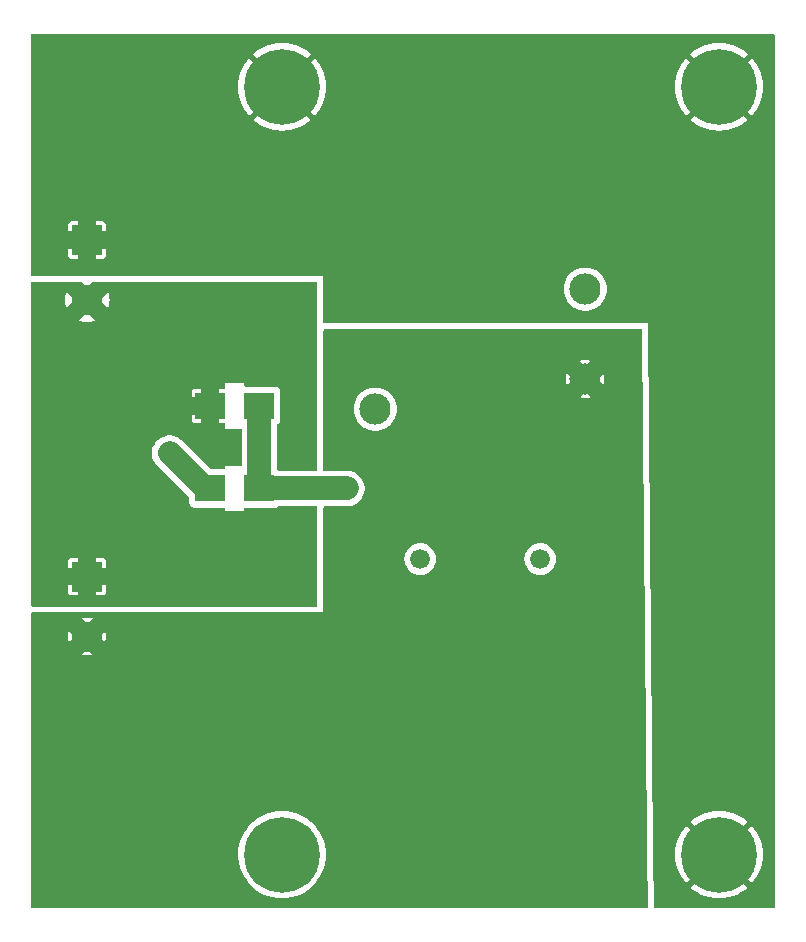
<source format=gbr>
%TF.GenerationSoftware,KiCad,Pcbnew,8.0.4*%
%TF.CreationDate,2025-06-08T14:38:43-04:00*%
%TF.ProjectId,car-battery-reverse-polarity-protection,6361722d-6261-4747-9465-72792d726576,rev?*%
%TF.SameCoordinates,Original*%
%TF.FileFunction,Copper,L1,Top*%
%TF.FilePolarity,Positive*%
%FSLAX46Y46*%
G04 Gerber Fmt 4.6, Leading zero omitted, Abs format (unit mm)*
G04 Created by KiCad (PCBNEW 8.0.4) date 2025-06-08 14:38:43*
%MOMM*%
%LPD*%
G01*
G04 APERTURE LIST*
%TA.AperFunction,ComponentPad*%
%ADD10C,6.400000*%
%TD*%
%TA.AperFunction,ComponentPad*%
%ADD11C,2.641600*%
%TD*%
%TA.AperFunction,ComponentPad*%
%ADD12C,1.676400*%
%TD*%
%TA.AperFunction,SMDPad,CuDef*%
%ADD13R,2.514600X2.260600*%
%TD*%
%TA.AperFunction,ComponentPad*%
%ADD14R,2.600000X2.600000*%
%TD*%
%TA.AperFunction,ComponentPad*%
%ADD15C,2.600000*%
%TD*%
%TA.AperFunction,ViaPad*%
%ADD16C,1.000000*%
%TD*%
%TA.AperFunction,Conductor*%
%ADD17C,2.000000*%
%TD*%
G04 APERTURE END LIST*
D10*
%TO.P,H5,1,1*%
%TO.N,GND*%
X132500000Y-122000000D03*
%TD*%
D11*
%TO.P,K1,13*%
%TO.N,GND*%
X140398800Y-84274200D03*
%TO.P,K1,14*%
%TO.N,/relay_load_terminal*%
X158178800Y-81734200D03*
D12*
%TO.P,K1,A1*%
%TO.N,/relay_coil*%
X154368800Y-96974200D03*
%TO.P,K1,A2*%
%TO.N,GND*%
X144208800Y-96974200D03*
D11*
%TO.P,K1,NC*%
%TO.N,N/C*%
X158178800Y-74114200D03*
%TD*%
D10*
%TO.P,H1,1,1*%
%TO.N,GND*%
X169500000Y-57000000D03*
%TD*%
D13*
%TO.P,D1,1,K*%
%TO.N,/relay_coil*%
X130595500Y-91000000D03*
%TO.P,D1,2,A*%
%TO.N,GND*%
X126404500Y-91000000D03*
%TD*%
%TO.P,D2,1,K*%
%TO.N,/relay_coil*%
X130595500Y-84000000D03*
%TO.P,D2,2,A*%
%TO.N,+BATT*%
X126404500Y-84000000D03*
%TD*%
D14*
%TO.P,J1,1,Pin_1*%
%TO.N,GND*%
X116000000Y-69955000D03*
D15*
%TO.P,J1,2,Pin_2*%
%TO.N,+BATT*%
X116000000Y-75035000D03*
%TD*%
D10*
%TO.P,H2,1,1*%
%TO.N,GND*%
X169500000Y-122000000D03*
%TD*%
D14*
%TO.P,J2,1,Pin_1*%
%TO.N,+BATT*%
X116000000Y-98455000D03*
D15*
%TO.P,J2,2,Pin_2*%
%TO.N,/relay_load_terminal*%
X116000000Y-103535000D03*
%TD*%
D10*
%TO.P,H3,1,1*%
%TO.N,GND*%
X132500000Y-57000000D03*
%TD*%
D16*
%TO.N,GND*%
X113000000Y-70000000D03*
X123000000Y-88000000D03*
X119000000Y-70000000D03*
X116000000Y-67000000D03*
%TO.N,/relay_coil*%
X138000000Y-91000000D03*
%TD*%
D17*
%TO.N,GND*%
X126404500Y-91000000D02*
X126000000Y-91000000D01*
X126000000Y-91000000D02*
X123000000Y-88000000D01*
%TO.N,/relay_coil*%
X130595500Y-91000000D02*
X138000000Y-91000000D01*
X130595500Y-84000000D02*
X130595500Y-91000000D01*
%TD*%
%TA.AperFunction,Conductor*%
%TO.N,GND*%
G36*
X174192539Y-52520185D02*
G01*
X174238294Y-52572989D01*
X174249500Y-52624500D01*
X174249500Y-126375500D01*
X174229815Y-126442539D01*
X174177011Y-126488294D01*
X174125500Y-126499500D01*
X164098770Y-126499500D01*
X164031731Y-126479815D01*
X163985976Y-126427011D01*
X163974776Y-126376692D01*
X163932692Y-121999999D01*
X165794922Y-121999999D01*
X165794922Y-122000000D01*
X165815219Y-122387287D01*
X165875886Y-122770323D01*
X165875887Y-122770330D01*
X165976262Y-123144936D01*
X166115244Y-123506994D01*
X166291310Y-123852543D01*
X166502531Y-124177793D01*
X166711095Y-124435350D01*
X166711096Y-124435350D01*
X168205748Y-122940698D01*
X168279588Y-123042330D01*
X168457670Y-123220412D01*
X168559300Y-123294251D01*
X167064648Y-124788903D01*
X167064649Y-124788904D01*
X167322206Y-124997468D01*
X167647456Y-125208689D01*
X167993005Y-125384755D01*
X168355063Y-125523737D01*
X168729669Y-125624112D01*
X168729676Y-125624113D01*
X169112712Y-125684780D01*
X169499999Y-125705078D01*
X169500001Y-125705078D01*
X169887287Y-125684780D01*
X170270323Y-125624113D01*
X170270330Y-125624112D01*
X170644936Y-125523737D01*
X171006994Y-125384755D01*
X171352543Y-125208689D01*
X171677783Y-124997476D01*
X171677785Y-124997475D01*
X171935349Y-124788902D01*
X170440698Y-123294251D01*
X170542330Y-123220412D01*
X170720412Y-123042330D01*
X170794251Y-122940698D01*
X172288902Y-124435349D01*
X172497475Y-124177785D01*
X172497476Y-124177783D01*
X172708689Y-123852543D01*
X172884755Y-123506994D01*
X173023737Y-123144936D01*
X173124112Y-122770330D01*
X173124113Y-122770323D01*
X173184780Y-122387287D01*
X173205078Y-122000000D01*
X173205078Y-121999999D01*
X173184780Y-121612712D01*
X173124113Y-121229676D01*
X173124112Y-121229669D01*
X173023737Y-120855063D01*
X172884755Y-120493005D01*
X172708689Y-120147456D01*
X172497468Y-119822206D01*
X172288904Y-119564649D01*
X172288903Y-119564648D01*
X170794251Y-121059300D01*
X170720412Y-120957670D01*
X170542330Y-120779588D01*
X170440698Y-120705748D01*
X171935350Y-119211096D01*
X171935350Y-119211095D01*
X171677793Y-119002531D01*
X171352543Y-118791310D01*
X171006994Y-118615244D01*
X170644936Y-118476262D01*
X170270330Y-118375887D01*
X170270323Y-118375886D01*
X169887287Y-118315219D01*
X169500001Y-118294922D01*
X169499999Y-118294922D01*
X169112712Y-118315219D01*
X168729676Y-118375886D01*
X168729669Y-118375887D01*
X168355063Y-118476262D01*
X167993005Y-118615244D01*
X167647456Y-118791310D01*
X167322206Y-119002531D01*
X167064648Y-119211095D01*
X167064648Y-119211096D01*
X168559301Y-120705748D01*
X168457670Y-120779588D01*
X168279588Y-120957670D01*
X168205748Y-121059300D01*
X166711096Y-119564648D01*
X166711095Y-119564648D01*
X166502531Y-119822206D01*
X166291310Y-120147456D01*
X166115244Y-120493005D01*
X165976262Y-120855063D01*
X165875887Y-121229669D01*
X165875886Y-121229676D01*
X165815219Y-121612712D01*
X165794922Y-121999999D01*
X163932692Y-121999999D01*
X163500000Y-77000000D01*
X136124000Y-77000000D01*
X136056961Y-76980315D01*
X136011206Y-76927511D01*
X136000000Y-76876000D01*
X136000000Y-74114195D01*
X156352393Y-74114195D01*
X156352393Y-74114204D01*
X156372790Y-74386402D01*
X156372791Y-74386407D01*
X156433531Y-74652529D01*
X156433537Y-74652548D01*
X156533264Y-74906648D01*
X156533263Y-74906648D01*
X156607368Y-75035000D01*
X156669752Y-75143052D01*
X156798186Y-75304103D01*
X156839952Y-75356476D01*
X157028850Y-75531746D01*
X157040054Y-75542142D01*
X157265597Y-75695915D01*
X157265602Y-75695917D01*
X157265603Y-75695918D01*
X157265604Y-75695919D01*
X157396223Y-75758821D01*
X157511535Y-75814352D01*
X157511536Y-75814352D01*
X157511539Y-75814354D01*
X157772386Y-75894815D01*
X158042312Y-75935500D01*
X158042313Y-75935500D01*
X158315287Y-75935500D01*
X158315288Y-75935500D01*
X158585214Y-75894815D01*
X158846061Y-75814354D01*
X159092004Y-75695915D01*
X159317546Y-75542142D01*
X159517651Y-75356472D01*
X159687848Y-75143052D01*
X159824336Y-74906648D01*
X159924065Y-74652543D01*
X159984808Y-74386412D01*
X159984809Y-74386402D01*
X160005207Y-74114204D01*
X160005207Y-74114195D01*
X159984809Y-73841997D01*
X159984808Y-73841992D01*
X159984808Y-73841988D01*
X159924065Y-73575857D01*
X159824336Y-73321752D01*
X159824335Y-73321751D01*
X159824336Y-73321751D01*
X159773961Y-73234500D01*
X159687848Y-73085348D01*
X159517651Y-72871928D01*
X159517650Y-72871927D01*
X159517647Y-72871923D01*
X159388724Y-72752301D01*
X159317546Y-72686258D01*
X159092004Y-72532485D01*
X159092003Y-72532484D01*
X159091996Y-72532480D01*
X158846063Y-72414047D01*
X158846065Y-72414047D01*
X158585222Y-72333587D01*
X158585218Y-72333586D01*
X158585214Y-72333585D01*
X158455373Y-72314014D01*
X158315293Y-72292900D01*
X158315288Y-72292900D01*
X158042312Y-72292900D01*
X158042306Y-72292900D01*
X157874208Y-72318237D01*
X157772386Y-72333585D01*
X157772383Y-72333586D01*
X157772377Y-72333587D01*
X157511535Y-72414047D01*
X157265604Y-72532480D01*
X157265603Y-72532481D01*
X157040053Y-72686258D01*
X156839952Y-72871923D01*
X156669752Y-73085348D01*
X156533264Y-73321751D01*
X156433537Y-73575851D01*
X156433531Y-73575870D01*
X156372791Y-73841992D01*
X156372790Y-73841997D01*
X156352393Y-74114195D01*
X136000000Y-74114195D01*
X136000000Y-73000000D01*
X111374500Y-73000000D01*
X111307461Y-72980315D01*
X111261706Y-72927511D01*
X111250500Y-72876000D01*
X111250500Y-71299785D01*
X114400001Y-71299785D01*
X114400002Y-71299808D01*
X114402908Y-71324869D01*
X114402909Y-71324873D01*
X114448211Y-71427474D01*
X114448214Y-71427479D01*
X114527520Y-71506785D01*
X114527525Y-71506788D01*
X114630123Y-71552089D01*
X114655206Y-71554999D01*
X115249999Y-71554999D01*
X116750000Y-71554999D01*
X117344786Y-71554999D01*
X117344808Y-71554997D01*
X117369869Y-71552091D01*
X117369873Y-71552090D01*
X117472474Y-71506788D01*
X117472479Y-71506785D01*
X117551785Y-71427479D01*
X117551788Y-71427474D01*
X117597089Y-71324877D01*
X117597089Y-71324875D01*
X117599999Y-71299794D01*
X117600000Y-71299791D01*
X117600000Y-70705000D01*
X116750000Y-70705000D01*
X116750000Y-71554999D01*
X115249999Y-71554999D01*
X115250000Y-71554998D01*
X115250000Y-70705000D01*
X114400001Y-70705000D01*
X114400001Y-71299785D01*
X111250500Y-71299785D01*
X111250500Y-69890981D01*
X115350000Y-69890981D01*
X115350000Y-70019019D01*
X115374979Y-70144598D01*
X115423978Y-70262890D01*
X115495112Y-70369351D01*
X115585649Y-70459888D01*
X115692110Y-70531022D01*
X115810402Y-70580021D01*
X115935981Y-70605000D01*
X116064019Y-70605000D01*
X116189598Y-70580021D01*
X116307890Y-70531022D01*
X116414351Y-70459888D01*
X116504888Y-70369351D01*
X116576022Y-70262890D01*
X116625021Y-70144598D01*
X116650000Y-70019019D01*
X116650000Y-69890981D01*
X116625021Y-69765402D01*
X116576022Y-69647110D01*
X116504888Y-69540649D01*
X116414351Y-69450112D01*
X116307890Y-69378978D01*
X116189598Y-69329979D01*
X116064019Y-69305000D01*
X115935981Y-69305000D01*
X115810402Y-69329979D01*
X115692110Y-69378978D01*
X115585649Y-69450112D01*
X115495112Y-69540649D01*
X115423978Y-69647110D01*
X115374979Y-69765402D01*
X115350000Y-69890981D01*
X111250500Y-69890981D01*
X111250500Y-68610205D01*
X114400000Y-68610205D01*
X114400000Y-69205000D01*
X115250000Y-69205000D01*
X116750000Y-69205000D01*
X117599999Y-69205000D01*
X117599999Y-68610214D01*
X117599997Y-68610191D01*
X117597091Y-68585130D01*
X117597090Y-68585126D01*
X117551788Y-68482525D01*
X117551785Y-68482520D01*
X117472479Y-68403214D01*
X117472474Y-68403211D01*
X117369876Y-68357910D01*
X117344794Y-68355000D01*
X116750000Y-68355000D01*
X116750000Y-69205000D01*
X115250000Y-69205000D01*
X115250000Y-68355000D01*
X114655214Y-68355000D01*
X114655191Y-68355002D01*
X114630130Y-68357908D01*
X114630126Y-68357909D01*
X114527525Y-68403211D01*
X114527520Y-68403214D01*
X114448214Y-68482520D01*
X114448211Y-68482525D01*
X114402910Y-68585122D01*
X114402910Y-68585124D01*
X114400000Y-68610205D01*
X111250500Y-68610205D01*
X111250500Y-56999999D01*
X128794922Y-56999999D01*
X128794922Y-57000000D01*
X128815219Y-57387287D01*
X128875886Y-57770323D01*
X128875887Y-57770330D01*
X128976262Y-58144936D01*
X129115244Y-58506994D01*
X129291310Y-58852543D01*
X129502531Y-59177793D01*
X129711095Y-59435350D01*
X129711096Y-59435350D01*
X131205748Y-57940698D01*
X131279588Y-58042330D01*
X131457670Y-58220412D01*
X131559300Y-58294251D01*
X130064648Y-59788903D01*
X130064649Y-59788904D01*
X130322206Y-59997468D01*
X130647456Y-60208689D01*
X130993005Y-60384755D01*
X131355063Y-60523737D01*
X131729669Y-60624112D01*
X131729676Y-60624113D01*
X132112712Y-60684780D01*
X132499999Y-60705078D01*
X132500001Y-60705078D01*
X132887287Y-60684780D01*
X133270323Y-60624113D01*
X133270330Y-60624112D01*
X133644936Y-60523737D01*
X134006994Y-60384755D01*
X134352543Y-60208689D01*
X134677783Y-59997476D01*
X134677785Y-59997475D01*
X134935349Y-59788902D01*
X133440698Y-58294251D01*
X133542330Y-58220412D01*
X133720412Y-58042330D01*
X133794251Y-57940698D01*
X135288902Y-59435349D01*
X135497475Y-59177785D01*
X135497476Y-59177783D01*
X135708689Y-58852543D01*
X135884755Y-58506994D01*
X136023737Y-58144936D01*
X136124112Y-57770330D01*
X136124113Y-57770323D01*
X136184780Y-57387287D01*
X136205078Y-57000000D01*
X136205078Y-56999999D01*
X165794922Y-56999999D01*
X165794922Y-57000000D01*
X165815219Y-57387287D01*
X165875886Y-57770323D01*
X165875887Y-57770330D01*
X165976262Y-58144936D01*
X166115244Y-58506994D01*
X166291310Y-58852543D01*
X166502531Y-59177793D01*
X166711095Y-59435350D01*
X166711096Y-59435350D01*
X168205748Y-57940698D01*
X168279588Y-58042330D01*
X168457670Y-58220412D01*
X168559300Y-58294251D01*
X167064648Y-59788903D01*
X167064649Y-59788904D01*
X167322206Y-59997468D01*
X167647456Y-60208689D01*
X167993005Y-60384755D01*
X168355063Y-60523737D01*
X168729669Y-60624112D01*
X168729676Y-60624113D01*
X169112712Y-60684780D01*
X169499999Y-60705078D01*
X169500001Y-60705078D01*
X169887287Y-60684780D01*
X170270323Y-60624113D01*
X170270330Y-60624112D01*
X170644936Y-60523737D01*
X171006994Y-60384755D01*
X171352543Y-60208689D01*
X171677783Y-59997476D01*
X171677785Y-59997475D01*
X171935349Y-59788902D01*
X170440698Y-58294251D01*
X170542330Y-58220412D01*
X170720412Y-58042330D01*
X170794251Y-57940698D01*
X172288902Y-59435349D01*
X172497475Y-59177785D01*
X172497476Y-59177783D01*
X172708689Y-58852543D01*
X172884755Y-58506994D01*
X173023737Y-58144936D01*
X173124112Y-57770330D01*
X173124113Y-57770323D01*
X173184780Y-57387287D01*
X173205078Y-57000000D01*
X173205078Y-56999999D01*
X173184780Y-56612712D01*
X173124113Y-56229676D01*
X173124112Y-56229669D01*
X173023737Y-55855063D01*
X172884755Y-55493005D01*
X172708689Y-55147456D01*
X172497468Y-54822206D01*
X172288904Y-54564649D01*
X172288903Y-54564648D01*
X170794251Y-56059300D01*
X170720412Y-55957670D01*
X170542330Y-55779588D01*
X170440698Y-55705748D01*
X171935350Y-54211096D01*
X171935350Y-54211095D01*
X171677793Y-54002531D01*
X171352543Y-53791310D01*
X171006994Y-53615244D01*
X170644936Y-53476262D01*
X170270330Y-53375887D01*
X170270323Y-53375886D01*
X169887287Y-53315219D01*
X169500001Y-53294922D01*
X169499999Y-53294922D01*
X169112712Y-53315219D01*
X168729676Y-53375886D01*
X168729669Y-53375887D01*
X168355063Y-53476262D01*
X167993005Y-53615244D01*
X167647456Y-53791310D01*
X167322206Y-54002531D01*
X167064648Y-54211095D01*
X167064648Y-54211096D01*
X168559301Y-55705748D01*
X168457670Y-55779588D01*
X168279588Y-55957670D01*
X168205748Y-56059300D01*
X166711096Y-54564648D01*
X166711095Y-54564648D01*
X166502531Y-54822206D01*
X166291310Y-55147456D01*
X166115244Y-55493005D01*
X165976262Y-55855063D01*
X165875887Y-56229669D01*
X165875886Y-56229676D01*
X165815219Y-56612712D01*
X165794922Y-56999999D01*
X136205078Y-56999999D01*
X136184780Y-56612712D01*
X136124113Y-56229676D01*
X136124112Y-56229669D01*
X136023737Y-55855063D01*
X135884755Y-55493005D01*
X135708689Y-55147456D01*
X135497468Y-54822206D01*
X135288904Y-54564649D01*
X135288903Y-54564648D01*
X133794251Y-56059300D01*
X133720412Y-55957670D01*
X133542330Y-55779588D01*
X133440698Y-55705748D01*
X134935350Y-54211096D01*
X134935350Y-54211095D01*
X134677793Y-54002531D01*
X134352543Y-53791310D01*
X134006994Y-53615244D01*
X133644936Y-53476262D01*
X133270330Y-53375887D01*
X133270323Y-53375886D01*
X132887287Y-53315219D01*
X132500001Y-53294922D01*
X132499999Y-53294922D01*
X132112712Y-53315219D01*
X131729676Y-53375886D01*
X131729669Y-53375887D01*
X131355063Y-53476262D01*
X130993005Y-53615244D01*
X130647456Y-53791310D01*
X130322206Y-54002531D01*
X130064648Y-54211095D01*
X130064648Y-54211096D01*
X131559301Y-55705748D01*
X131457670Y-55779588D01*
X131279588Y-55957670D01*
X131205748Y-56059300D01*
X129711096Y-54564648D01*
X129711095Y-54564648D01*
X129502531Y-54822206D01*
X129291310Y-55147456D01*
X129115244Y-55493005D01*
X128976262Y-55855063D01*
X128875887Y-56229669D01*
X128875886Y-56229676D01*
X128815219Y-56612712D01*
X128794922Y-56999999D01*
X111250500Y-56999999D01*
X111250500Y-52624500D01*
X111270185Y-52557461D01*
X111322989Y-52511706D01*
X111374500Y-52500500D01*
X174125500Y-52500500D01*
X174192539Y-52520185D01*
G37*
%TD.AperFunction*%
%TD*%
%TA.AperFunction,Conductor*%
%TO.N,/relay_load_terminal*%
G36*
X162943563Y-77525185D02*
G01*
X162989318Y-77577989D01*
X163000517Y-77628307D01*
X163416158Y-120854913D01*
X163427168Y-121999997D01*
X163427215Y-122004860D01*
X163427215Y-122004866D01*
X163469229Y-126374308D01*
X163450190Y-126441533D01*
X163397829Y-126487794D01*
X163345235Y-126499500D01*
X111374500Y-126499500D01*
X111307461Y-126479815D01*
X111261706Y-126427011D01*
X111250500Y-126375500D01*
X111250500Y-121999997D01*
X128794422Y-121999997D01*
X128814722Y-122387339D01*
X128838271Y-122536024D01*
X128875398Y-122770433D01*
X128907322Y-122889577D01*
X128975788Y-123145094D01*
X129114787Y-123507197D01*
X129290877Y-123852793D01*
X129502122Y-124178082D01*
X129502124Y-124178084D01*
X129746219Y-124479516D01*
X130020484Y-124753781D01*
X130020488Y-124753784D01*
X130321917Y-124997877D01*
X130390346Y-125042315D01*
X130647211Y-125209125D01*
X130992806Y-125385214D01*
X131354913Y-125524214D01*
X131729567Y-125624602D01*
X132112662Y-125685278D01*
X132478576Y-125704455D01*
X132499999Y-125705578D01*
X132500000Y-125705578D01*
X132500001Y-125705578D01*
X132520301Y-125704514D01*
X132887338Y-125685278D01*
X133270433Y-125624602D01*
X133645087Y-125524214D01*
X134007194Y-125385214D01*
X134352789Y-125209125D01*
X134678084Y-124997876D01*
X134979516Y-124753781D01*
X135253781Y-124479516D01*
X135497876Y-124178084D01*
X135709125Y-123852789D01*
X135885214Y-123507194D01*
X136024214Y-123145087D01*
X136124602Y-122770433D01*
X136185278Y-122387338D01*
X136205578Y-122000000D01*
X136185278Y-121612662D01*
X136124602Y-121229567D01*
X136024214Y-120854913D01*
X135885214Y-120492806D01*
X135709125Y-120147211D01*
X135497876Y-119821916D01*
X135253781Y-119520484D01*
X134979516Y-119246219D01*
X134678084Y-119002124D01*
X134678082Y-119002122D01*
X134352793Y-118790877D01*
X134007197Y-118614787D01*
X133645094Y-118475788D01*
X133645087Y-118475786D01*
X133270433Y-118375398D01*
X133270429Y-118375397D01*
X133270428Y-118375397D01*
X132887339Y-118314722D01*
X132500001Y-118294422D01*
X132499999Y-118294422D01*
X132112660Y-118314722D01*
X131729572Y-118375397D01*
X131729570Y-118375397D01*
X131354905Y-118475788D01*
X130992802Y-118614787D01*
X130647206Y-118790877D01*
X130321917Y-119002122D01*
X130020488Y-119246215D01*
X130020480Y-119246222D01*
X129746222Y-119520480D01*
X129746215Y-119520488D01*
X129502122Y-119821917D01*
X129290877Y-120147206D01*
X129114787Y-120492802D01*
X128975788Y-120854905D01*
X128875397Y-121229570D01*
X128875397Y-121229572D01*
X128814722Y-121612660D01*
X128794422Y-121999997D01*
X111250500Y-121999997D01*
X111250500Y-105067245D01*
X115528414Y-105067245D01*
X115748929Y-105120187D01*
X116000000Y-105139947D01*
X116251070Y-105120187D01*
X116471584Y-105067245D01*
X116000001Y-104595660D01*
X116000000Y-104595660D01*
X115528414Y-105067245D01*
X111250500Y-105067245D01*
X111250500Y-103535000D01*
X114395052Y-103535000D01*
X114414812Y-103786072D01*
X114467752Y-104006584D01*
X114467753Y-104006584D01*
X114939339Y-103535000D01*
X114875320Y-103470981D01*
X115350000Y-103470981D01*
X115350000Y-103599019D01*
X115374979Y-103724598D01*
X115423978Y-103842890D01*
X115495112Y-103949351D01*
X115585649Y-104039888D01*
X115692110Y-104111022D01*
X115810402Y-104160021D01*
X115935981Y-104185000D01*
X116064019Y-104185000D01*
X116189598Y-104160021D01*
X116307890Y-104111022D01*
X116414351Y-104039888D01*
X116504888Y-103949351D01*
X116576022Y-103842890D01*
X116625021Y-103724598D01*
X116650000Y-103599019D01*
X116650000Y-103535000D01*
X117060660Y-103535000D01*
X117532245Y-104006584D01*
X117585187Y-103786070D01*
X117604947Y-103535000D01*
X117585187Y-103283929D01*
X117532245Y-103063414D01*
X117060660Y-103535000D01*
X116650000Y-103535000D01*
X116650000Y-103470981D01*
X116625021Y-103345402D01*
X116576022Y-103227110D01*
X116504888Y-103120649D01*
X116414351Y-103030112D01*
X116307890Y-102958978D01*
X116189598Y-102909979D01*
X116064019Y-102885000D01*
X115935981Y-102885000D01*
X115810402Y-102909979D01*
X115692110Y-102958978D01*
X115585649Y-103030112D01*
X115495112Y-103120649D01*
X115423978Y-103227110D01*
X115374979Y-103345402D01*
X115350000Y-103470981D01*
X114875320Y-103470981D01*
X114467753Y-103063414D01*
X114467752Y-103063414D01*
X114414812Y-103283927D01*
X114395052Y-103535000D01*
X111250500Y-103535000D01*
X111250500Y-102002752D01*
X115528414Y-102002752D01*
X115528414Y-102002753D01*
X116000000Y-102474339D01*
X116000001Y-102474339D01*
X116471584Y-102002753D01*
X116471584Y-102002752D01*
X116251072Y-101949812D01*
X116000000Y-101930052D01*
X115748927Y-101949812D01*
X115528414Y-102002752D01*
X111250500Y-102002752D01*
X111250500Y-101624000D01*
X111270185Y-101556961D01*
X111322989Y-101511206D01*
X111374500Y-101500000D01*
X136000000Y-101500000D01*
X136000000Y-96974199D01*
X142864986Y-96974199D01*
X142864986Y-96974200D01*
X142885401Y-97207546D01*
X142885403Y-97207556D01*
X142946025Y-97433803D01*
X142946027Y-97433807D01*
X142946028Y-97433811D01*
X143045023Y-97646107D01*
X143179379Y-97837987D01*
X143345013Y-98003621D01*
X143536893Y-98137977D01*
X143749189Y-98236972D01*
X143975449Y-98297598D01*
X144162129Y-98313930D01*
X144208799Y-98318014D01*
X144208800Y-98318014D01*
X144208801Y-98318014D01*
X144247691Y-98314611D01*
X144442151Y-98297598D01*
X144668411Y-98236972D01*
X144880707Y-98137977D01*
X145072587Y-98003621D01*
X145238221Y-97837987D01*
X145372577Y-97646107D01*
X145471572Y-97433811D01*
X145532198Y-97207551D01*
X145552614Y-96974200D01*
X145552614Y-96974199D01*
X153024986Y-96974199D01*
X153024986Y-96974200D01*
X153045401Y-97207546D01*
X153045403Y-97207556D01*
X153106025Y-97433803D01*
X153106027Y-97433807D01*
X153106028Y-97433811D01*
X153205023Y-97646107D01*
X153339379Y-97837987D01*
X153505013Y-98003621D01*
X153696893Y-98137977D01*
X153909189Y-98236972D01*
X154135449Y-98297598D01*
X154322129Y-98313930D01*
X154368799Y-98318014D01*
X154368800Y-98318014D01*
X154368801Y-98318014D01*
X154407691Y-98314611D01*
X154602151Y-98297598D01*
X154828411Y-98236972D01*
X155040707Y-98137977D01*
X155232587Y-98003621D01*
X155398221Y-97837987D01*
X155532577Y-97646107D01*
X155631572Y-97433811D01*
X155692198Y-97207551D01*
X155712614Y-96974200D01*
X155692198Y-96740849D01*
X155631572Y-96514589D01*
X155532577Y-96302293D01*
X155398221Y-96110413D01*
X155232587Y-95944779D01*
X155040707Y-95810423D01*
X154828411Y-95711428D01*
X154828407Y-95711427D01*
X154828403Y-95711425D01*
X154602156Y-95650803D01*
X154602146Y-95650801D01*
X154368801Y-95630386D01*
X154368799Y-95630386D01*
X154135453Y-95650801D01*
X154135443Y-95650803D01*
X153909196Y-95711425D01*
X153909189Y-95711427D01*
X153909189Y-95711428D01*
X153696893Y-95810423D01*
X153505013Y-95944779D01*
X153505011Y-95944780D01*
X153505008Y-95944783D01*
X153339383Y-96110408D01*
X153205023Y-96302293D01*
X153106029Y-96514587D01*
X153106025Y-96514596D01*
X153045403Y-96740843D01*
X153045401Y-96740853D01*
X153024986Y-96974199D01*
X145552614Y-96974199D01*
X145532198Y-96740849D01*
X145471572Y-96514589D01*
X145372577Y-96302293D01*
X145238221Y-96110413D01*
X145072587Y-95944779D01*
X144880707Y-95810423D01*
X144668411Y-95711428D01*
X144668407Y-95711427D01*
X144668403Y-95711425D01*
X144442156Y-95650803D01*
X144442146Y-95650801D01*
X144208801Y-95630386D01*
X144208799Y-95630386D01*
X143975453Y-95650801D01*
X143975443Y-95650803D01*
X143749196Y-95711425D01*
X143749189Y-95711427D01*
X143749189Y-95711428D01*
X143536893Y-95810423D01*
X143345013Y-95944779D01*
X143345011Y-95944780D01*
X143345008Y-95944783D01*
X143179383Y-96110408D01*
X143045023Y-96302293D01*
X142946029Y-96514587D01*
X142946025Y-96514596D01*
X142885403Y-96740843D01*
X142885401Y-96740853D01*
X142864986Y-96974199D01*
X136000000Y-96974199D01*
X136000000Y-92624500D01*
X136019685Y-92557461D01*
X136072489Y-92511706D01*
X136124000Y-92500500D01*
X138118097Y-92500500D01*
X138351368Y-92463553D01*
X138575992Y-92390568D01*
X138786433Y-92283343D01*
X138977510Y-92144517D01*
X139144517Y-91977510D01*
X139283343Y-91786433D01*
X139390568Y-91575992D01*
X139463553Y-91351368D01*
X139500500Y-91118097D01*
X139500500Y-90881902D01*
X139463553Y-90648631D01*
X139390566Y-90424003D01*
X139283342Y-90213566D01*
X139144517Y-90022490D01*
X138977510Y-89855483D01*
X138786433Y-89716657D01*
X138575996Y-89609433D01*
X138351368Y-89536446D01*
X138118097Y-89499500D01*
X138118092Y-89499500D01*
X136124000Y-89499500D01*
X136056961Y-89479815D01*
X136011206Y-89427011D01*
X136000000Y-89375500D01*
X136000000Y-84274195D01*
X138572393Y-84274195D01*
X138572393Y-84274204D01*
X138592790Y-84546402D01*
X138592791Y-84546407D01*
X138653531Y-84812529D01*
X138653537Y-84812548D01*
X138753264Y-85066648D01*
X138753263Y-85066648D01*
X138817652Y-85178172D01*
X138889752Y-85303052D01*
X139027218Y-85475428D01*
X139059952Y-85516476D01*
X139183164Y-85630799D01*
X139260054Y-85702142D01*
X139485597Y-85855915D01*
X139485602Y-85855917D01*
X139485603Y-85855918D01*
X139485604Y-85855919D01*
X139616223Y-85918821D01*
X139731535Y-85974352D01*
X139731536Y-85974352D01*
X139731539Y-85974354D01*
X139992386Y-86054815D01*
X140262312Y-86095500D01*
X140262313Y-86095500D01*
X140535287Y-86095500D01*
X140535288Y-86095500D01*
X140805214Y-86054815D01*
X141066061Y-85974354D01*
X141312004Y-85855915D01*
X141537546Y-85702142D01*
X141737651Y-85516472D01*
X141907848Y-85303052D01*
X142044336Y-85066648D01*
X142144065Y-84812543D01*
X142204808Y-84546412D01*
X142225207Y-84274200D01*
X142204808Y-84001988D01*
X142144065Y-83735857D01*
X142044336Y-83481752D01*
X142044335Y-83481751D01*
X142044336Y-83481751D01*
X141962493Y-83339996D01*
X141907848Y-83245348D01*
X141737651Y-83031928D01*
X141737650Y-83031927D01*
X141737647Y-83031923D01*
X141608724Y-82912301D01*
X141537546Y-82846258D01*
X141414281Y-82762217D01*
X141312007Y-82692487D01*
X141311996Y-82692480D01*
X141066063Y-82574047D01*
X141066065Y-82574047D01*
X140805222Y-82493587D01*
X140805218Y-82493586D01*
X140805214Y-82493585D01*
X140675373Y-82474014D01*
X140535293Y-82452900D01*
X140535288Y-82452900D01*
X140262312Y-82452900D01*
X140262306Y-82452900D01*
X140094208Y-82478237D01*
X139992386Y-82493585D01*
X139992383Y-82493586D01*
X139992377Y-82493587D01*
X139731535Y-82574047D01*
X139485604Y-82692480D01*
X139485603Y-82692481D01*
X139260053Y-82846258D01*
X139059952Y-83031923D01*
X138889752Y-83245348D01*
X138753264Y-83481751D01*
X138653537Y-83735851D01*
X138653531Y-83735870D01*
X138592791Y-84001992D01*
X138592790Y-84001997D01*
X138572393Y-84274195D01*
X136000000Y-84274195D01*
X136000000Y-81734200D01*
X156552988Y-81734200D01*
X156573003Y-81988529D01*
X156629302Y-82223035D01*
X156629303Y-82223035D01*
X157112000Y-81740339D01*
X157112000Y-81839271D01*
X157152996Y-82045374D01*
X157233414Y-82239519D01*
X157350162Y-82414245D01*
X157498755Y-82562838D01*
X157673481Y-82679586D01*
X157867626Y-82760004D01*
X158073729Y-82801000D01*
X158172660Y-82801000D01*
X157689963Y-83283694D01*
X157689963Y-83283695D01*
X157924472Y-83339996D01*
X158178800Y-83360011D01*
X158433127Y-83339996D01*
X158667635Y-83283695D01*
X158184941Y-82801000D01*
X158283871Y-82801000D01*
X158489974Y-82760004D01*
X158684119Y-82679586D01*
X158858845Y-82562838D01*
X159007438Y-82414245D01*
X159124186Y-82239519D01*
X159204604Y-82045374D01*
X159245600Y-81839271D01*
X159245600Y-81740340D01*
X159728295Y-82223035D01*
X159784596Y-81988527D01*
X159804611Y-81734200D01*
X159784596Y-81479872D01*
X159728295Y-81245363D01*
X159728294Y-81245363D01*
X159245600Y-81728058D01*
X159245600Y-81629129D01*
X159204604Y-81423026D01*
X159124186Y-81228881D01*
X159007438Y-81054155D01*
X158858845Y-80905562D01*
X158684119Y-80788814D01*
X158489974Y-80708396D01*
X158283871Y-80667400D01*
X158184941Y-80667400D01*
X158667635Y-80184703D01*
X158667635Y-80184702D01*
X158433129Y-80128403D01*
X158178800Y-80108388D01*
X157924470Y-80128403D01*
X157689963Y-80184702D01*
X157689963Y-80184703D01*
X158172660Y-80667400D01*
X158073729Y-80667400D01*
X157867626Y-80708396D01*
X157673481Y-80788814D01*
X157498755Y-80905562D01*
X157350162Y-81054155D01*
X157233414Y-81228881D01*
X157152996Y-81423026D01*
X157112000Y-81629129D01*
X157112000Y-81728060D01*
X156629303Y-81245363D01*
X156629302Y-81245363D01*
X156573003Y-81479870D01*
X156552988Y-81734200D01*
X136000000Y-81734200D01*
X136000000Y-77629500D01*
X136019685Y-77562461D01*
X136072489Y-77516706D01*
X136124000Y-77505500D01*
X162876524Y-77505500D01*
X162943563Y-77525185D01*
G37*
%TD.AperFunction*%
%TD*%
%TA.AperFunction,Conductor*%
%TO.N,+BATT*%
G36*
X115999999Y-73974338D02*
G01*
X116474338Y-73500000D01*
X117212816Y-73500000D01*
X135376000Y-73500000D01*
X135443039Y-73519685D01*
X135488794Y-73572489D01*
X135500000Y-73624000D01*
X135500000Y-89375500D01*
X135480315Y-89442539D01*
X135427511Y-89488294D01*
X135376000Y-89499500D01*
X132234714Y-89499500D01*
X132167675Y-89479815D01*
X132160398Y-89474763D01*
X132145684Y-89463747D01*
X132103816Y-89407811D01*
X132096000Y-89364484D01*
X132096000Y-85635514D01*
X132115685Y-85568475D01*
X132145685Y-85536250D01*
X132210346Y-85487846D01*
X132296596Y-85372631D01*
X132346891Y-85237783D01*
X132353300Y-85178173D01*
X132353299Y-82821828D01*
X132346891Y-82762217D01*
X132296596Y-82627369D01*
X132296595Y-82627368D01*
X132296593Y-82627364D01*
X132210347Y-82512155D01*
X132210344Y-82512152D01*
X132095135Y-82425906D01*
X132095128Y-82425902D01*
X131960282Y-82375608D01*
X131960283Y-82375608D01*
X131900683Y-82369201D01*
X131900681Y-82369200D01*
X131900673Y-82369200D01*
X131900665Y-82369200D01*
X129411400Y-82369200D01*
X129344361Y-82349515D01*
X129298606Y-82296711D01*
X129287400Y-82245200D01*
X129287400Y-82069600D01*
X127712600Y-82069600D01*
X127712600Y-82445700D01*
X127692915Y-82512739D01*
X127640111Y-82558494D01*
X127588600Y-82569700D01*
X127154500Y-82569700D01*
X127154500Y-85430299D01*
X127588600Y-85430299D01*
X127655639Y-85449984D01*
X127701394Y-85502788D01*
X127712600Y-85554299D01*
X127712600Y-85930400D01*
X128971000Y-85930400D01*
X129038039Y-85950085D01*
X129083794Y-86002889D01*
X129095000Y-86054400D01*
X129095000Y-88945600D01*
X129075315Y-89012639D01*
X129022511Y-89058394D01*
X128971000Y-89069600D01*
X127712600Y-89069600D01*
X127712600Y-89245200D01*
X127692915Y-89312239D01*
X127640111Y-89357994D01*
X127588600Y-89369200D01*
X126542590Y-89369200D01*
X126475551Y-89349515D01*
X126454909Y-89332881D01*
X123977512Y-86855485D01*
X123977511Y-86855484D01*
X123786434Y-86716657D01*
X123575996Y-86609433D01*
X123351368Y-86536446D01*
X123118097Y-86499500D01*
X123118092Y-86499500D01*
X122881908Y-86499500D01*
X122881903Y-86499500D01*
X122648631Y-86536446D01*
X122424003Y-86609433D01*
X122213565Y-86716657D01*
X122022488Y-86855484D01*
X121855484Y-87022488D01*
X121716657Y-87213565D01*
X121609433Y-87424003D01*
X121536446Y-87648631D01*
X121499500Y-87881902D01*
X121499500Y-88118097D01*
X121536446Y-88351368D01*
X121609433Y-88575996D01*
X121716657Y-88786434D01*
X121855484Y-88977511D01*
X121855485Y-88977512D01*
X124610381Y-91732409D01*
X124643866Y-91793732D01*
X124646700Y-91820090D01*
X124646700Y-92178169D01*
X124646701Y-92178176D01*
X124653108Y-92237783D01*
X124703402Y-92372628D01*
X124703406Y-92372635D01*
X124789652Y-92487844D01*
X124789655Y-92487847D01*
X124904864Y-92574093D01*
X124904871Y-92574097D01*
X125039717Y-92624391D01*
X125039716Y-92624391D01*
X125046644Y-92625135D01*
X125099327Y-92630800D01*
X127588600Y-92630799D01*
X127655639Y-92650484D01*
X127701394Y-92703287D01*
X127712600Y-92754799D01*
X127712600Y-92930400D01*
X129287400Y-92930400D01*
X129287400Y-92754799D01*
X129307085Y-92687760D01*
X129359889Y-92642005D01*
X129411395Y-92630799D01*
X131900672Y-92630799D01*
X131960283Y-92624391D01*
X132095131Y-92574096D01*
X132160402Y-92525233D01*
X132225865Y-92500816D01*
X132234713Y-92500500D01*
X135376000Y-92500500D01*
X135443039Y-92520185D01*
X135488794Y-92572989D01*
X135500000Y-92624500D01*
X135500000Y-100876000D01*
X135480315Y-100943039D01*
X135427511Y-100988794D01*
X135376000Y-101000000D01*
X111374500Y-101000000D01*
X111307461Y-100980315D01*
X111261706Y-100927511D01*
X111250500Y-100876000D01*
X111250500Y-99799785D01*
X114400001Y-99799785D01*
X114400002Y-99799808D01*
X114402908Y-99824869D01*
X114402909Y-99824873D01*
X114448211Y-99927474D01*
X114448214Y-99927479D01*
X114527520Y-100006785D01*
X114527525Y-100006788D01*
X114630123Y-100052089D01*
X114655206Y-100054999D01*
X115249999Y-100054999D01*
X116750000Y-100054999D01*
X117344786Y-100054999D01*
X117344808Y-100054997D01*
X117369869Y-100052091D01*
X117369873Y-100052090D01*
X117472474Y-100006788D01*
X117472479Y-100006785D01*
X117551785Y-99927479D01*
X117551788Y-99927474D01*
X117597089Y-99824877D01*
X117597089Y-99824875D01*
X117599999Y-99799794D01*
X117600000Y-99799791D01*
X117600000Y-99205000D01*
X116750000Y-99205000D01*
X116750000Y-100054999D01*
X115249999Y-100054999D01*
X115250000Y-100054998D01*
X115250000Y-99205000D01*
X114400001Y-99205000D01*
X114400001Y-99799785D01*
X111250500Y-99799785D01*
X111250500Y-98390981D01*
X115350000Y-98390981D01*
X115350000Y-98519019D01*
X115374979Y-98644598D01*
X115423978Y-98762890D01*
X115495112Y-98869351D01*
X115585649Y-98959888D01*
X115692110Y-99031022D01*
X115810402Y-99080021D01*
X115935981Y-99105000D01*
X116064019Y-99105000D01*
X116189598Y-99080021D01*
X116307890Y-99031022D01*
X116414351Y-98959888D01*
X116504888Y-98869351D01*
X116576022Y-98762890D01*
X116625021Y-98644598D01*
X116650000Y-98519019D01*
X116650000Y-98390981D01*
X116625021Y-98265402D01*
X116576022Y-98147110D01*
X116504888Y-98040649D01*
X116414351Y-97950112D01*
X116307890Y-97878978D01*
X116189598Y-97829979D01*
X116064019Y-97805000D01*
X115935981Y-97805000D01*
X115810402Y-97829979D01*
X115692110Y-97878978D01*
X115585649Y-97950112D01*
X115495112Y-98040649D01*
X115423978Y-98147110D01*
X115374979Y-98265402D01*
X115350000Y-98390981D01*
X111250500Y-98390981D01*
X111250500Y-97110205D01*
X114400000Y-97110205D01*
X114400000Y-97705000D01*
X115250000Y-97705000D01*
X116750000Y-97705000D01*
X117599999Y-97705000D01*
X117599999Y-97110214D01*
X117599997Y-97110191D01*
X117597091Y-97085130D01*
X117597090Y-97085126D01*
X117551788Y-96982525D01*
X117551785Y-96982520D01*
X117472479Y-96903214D01*
X117472474Y-96903211D01*
X117369876Y-96857910D01*
X117344794Y-96855000D01*
X116750000Y-96855000D01*
X116750000Y-97705000D01*
X115250000Y-97705000D01*
X115250000Y-96855000D01*
X114655214Y-96855000D01*
X114655191Y-96855002D01*
X114630130Y-96857908D01*
X114630126Y-96857909D01*
X114527525Y-96903211D01*
X114527520Y-96903214D01*
X114448214Y-96982520D01*
X114448211Y-96982525D01*
X114402910Y-97085122D01*
X114402910Y-97085124D01*
X114400000Y-97110205D01*
X111250500Y-97110205D01*
X111250500Y-85175085D01*
X124847201Y-85175085D01*
X124847202Y-85175108D01*
X124850108Y-85200169D01*
X124850109Y-85200173D01*
X124895411Y-85302774D01*
X124895414Y-85302779D01*
X124974720Y-85382085D01*
X124974725Y-85382088D01*
X125077323Y-85427389D01*
X125102406Y-85430299D01*
X125654499Y-85430299D01*
X125654500Y-85430298D01*
X125654500Y-84750000D01*
X124847201Y-84750000D01*
X124847201Y-85175085D01*
X111250500Y-85175085D01*
X111250500Y-82824905D01*
X124847200Y-82824905D01*
X124847200Y-83250000D01*
X125654500Y-83250000D01*
X125654500Y-82569700D01*
X125102414Y-82569700D01*
X125102391Y-82569702D01*
X125077330Y-82572608D01*
X125077326Y-82572609D01*
X124974725Y-82617911D01*
X124974720Y-82617914D01*
X124895414Y-82697220D01*
X124895411Y-82697225D01*
X124850110Y-82799822D01*
X124850110Y-82799824D01*
X124847200Y-82824905D01*
X111250500Y-82824905D01*
X111250500Y-76800109D01*
X115295549Y-76800109D01*
X115463347Y-76862694D01*
X115728902Y-76920462D01*
X115728909Y-76920463D01*
X115999999Y-76939853D01*
X116000001Y-76939853D01*
X116271090Y-76920463D01*
X116271097Y-76920462D01*
X116536652Y-76862694D01*
X116704449Y-76800110D01*
X116704449Y-76800109D01*
X116000001Y-76095660D01*
X116000000Y-76095660D01*
X115295549Y-76800109D01*
X111250500Y-76800109D01*
X111250500Y-75034998D01*
X114095147Y-75034998D01*
X114095147Y-75035001D01*
X114114536Y-75306090D01*
X114114537Y-75306097D01*
X114172306Y-75571657D01*
X114234889Y-75739448D01*
X114234890Y-75739449D01*
X114939339Y-75035000D01*
X114939339Y-75034999D01*
X114875321Y-74970981D01*
X115350000Y-74970981D01*
X115350000Y-75099019D01*
X115374979Y-75224598D01*
X115423978Y-75342890D01*
X115495112Y-75449351D01*
X115585649Y-75539888D01*
X115692110Y-75611022D01*
X115810402Y-75660021D01*
X115935981Y-75685000D01*
X116064019Y-75685000D01*
X116189598Y-75660021D01*
X116307890Y-75611022D01*
X116414351Y-75539888D01*
X116504888Y-75449351D01*
X116576022Y-75342890D01*
X116625021Y-75224598D01*
X116650000Y-75099019D01*
X116650000Y-75034999D01*
X117060660Y-75034999D01*
X117060660Y-75035000D01*
X117765109Y-75739449D01*
X117765110Y-75739449D01*
X117827694Y-75571652D01*
X117885462Y-75306097D01*
X117885463Y-75306090D01*
X117904853Y-75035001D01*
X117904853Y-75034998D01*
X117885463Y-74763909D01*
X117885462Y-74763902D01*
X117827694Y-74498347D01*
X117765109Y-74330549D01*
X117060660Y-75034999D01*
X116650000Y-75034999D01*
X116650000Y-74970981D01*
X116625021Y-74845402D01*
X116576022Y-74727110D01*
X116504888Y-74620649D01*
X116414351Y-74530112D01*
X116307890Y-74458978D01*
X116189598Y-74409979D01*
X116064019Y-74385000D01*
X115935981Y-74385000D01*
X115810402Y-74409979D01*
X115692110Y-74458978D01*
X115585649Y-74530112D01*
X115495112Y-74620649D01*
X115423978Y-74727110D01*
X115374979Y-74845402D01*
X115350000Y-74970981D01*
X114875321Y-74970981D01*
X114234889Y-74330550D01*
X114172307Y-74498339D01*
X114114537Y-74763902D01*
X114114536Y-74763909D01*
X114095147Y-75034998D01*
X111250500Y-75034998D01*
X111250500Y-73624000D01*
X111270185Y-73556961D01*
X111322989Y-73511206D01*
X111374500Y-73500000D01*
X114787184Y-73500000D01*
X115525661Y-73500000D01*
X115999999Y-73974338D01*
G37*
%TD.AperFunction*%
%TD*%
M02*

</source>
